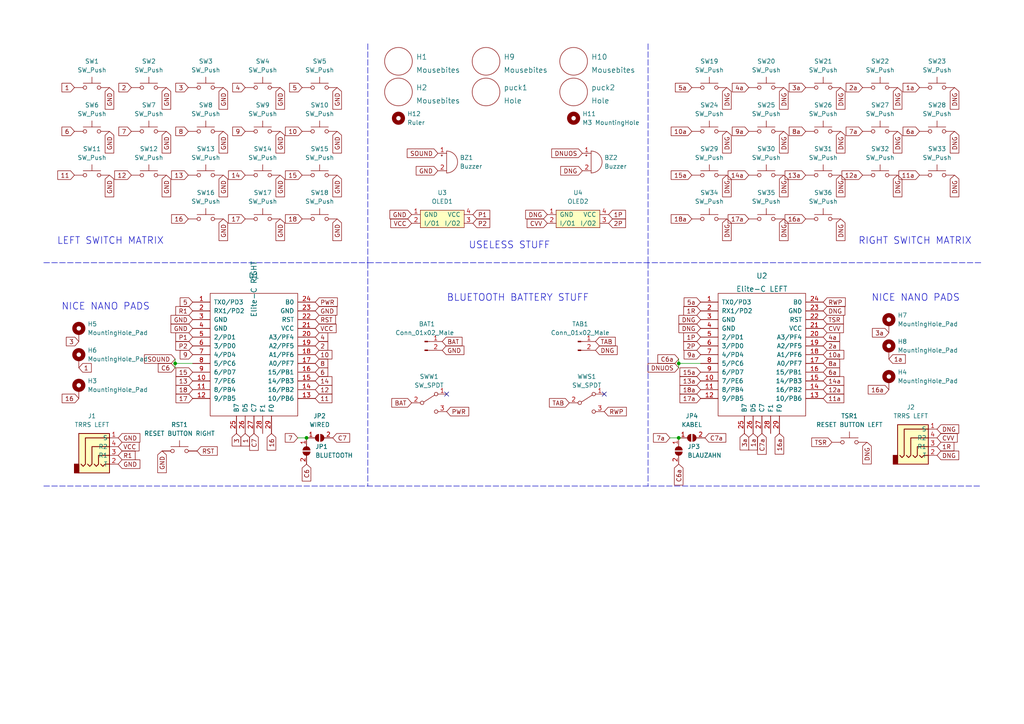
<source format=kicad_sch>
(kicad_sch (version 20211123) (generator eeschema)
  (paper "A4")
  (lib_symbols
    (symbol "AudioJack4_1"
      (property "Reference" "J1" (at -2.54 8.89 0))
      (property "Value" "AudioJack4_1" (at -2.54 6.35 0))
      (symbol "AudioJack4_1_0_1"
        (rectangle (start -6.35 -5.08) (end -7.62 -7.62) (stroke (width 0.254)) (fill (type outline)))
        (polyline (pts (xy 0 -5.08) (xy 0.635 -5.715) (xy 1.27 -5.08) (xy 2.54 -5.08)) (stroke (width 0.254)))
        (polyline (pts (xy -5.715 -5.08) (xy -5.08 -5.715) (xy -4.445 -5.08) (xy -4.445 2.54) (xy 2.54 2.54)) (stroke (width 0.254)))
        (polyline (pts (xy -1.905 -5.08) (xy -1.27 -5.715) (xy -0.635 -5.08) (xy -0.635 -2.54) (xy 2.54 -2.54)) (stroke (width 0.254)))
        (polyline (pts (xy 2.54 0) (xy -2.54 0) (xy -2.54 -5.08) (xy -3.175 -5.715) (xy -3.81 -5.08)) (stroke (width 0.254)))
        (rectangle (start 2.54 3.81) (end -6.35 -7.62) (stroke (width 0.254)) (fill (type background)))
      )
      (symbol "AudioJack4_1_1_1"
        (pin passive line (at 5.08 2.54 180) (length 2.54) (name "S") (number "1"))
        (pin passive line (at 5.08 -5.08 180) (length 2.54) (name "T") (number "2"))
        (pin passive line (at 5.08 -2.54 180) (length 2.54) (name "R1") (number "3"))
        (pin passive line (at 5.08 0 180) (length 2.54) (name "R2") (number "4"))
      )
    )
    (symbol "Connector:Conn_01x02_Male" (pin_names (offset 1.016) hide)
      (property "Reference" "J" (at 0 2.54 0))
      (property "Value" "Conn_01x02_Male" (at 0 -5.08 0))
      (symbol "Conn_01x02_Male_1_1"
        (polyline (pts (xy 1.27 -2.54) (xy 0.8636 -2.54)) (stroke (width 0.1524)))
        (polyline (pts (xy 1.27 0) (xy 0.8636 0)) (stroke (width 0.1524)))
        (rectangle (start 0.8636 -2.413) (end 0 -2.667) (stroke (width 0.1524)) (fill (type outline)))
        (rectangle (start 0.8636 0.127) (end 0 -0.127) (stroke (width 0.1524)) (fill (type outline)))
        (pin passive line (at 5.08 0 180) (length 3.81) (name "Pin_1") (number "1"))
        (pin passive line (at 5.08 -2.54 180) (length 3.81) (name "Pin_2") (number "2"))
      )
    )
    (symbol "Device:Buzzer" (pin_names (offset 0.0254) hide)
      (property "Reference" "BZ" (at 3.81 1.27 0))
      (property "Value" "Buzzer" (at 3.81 -1.27 0))
      (symbol "Buzzer_0_1"
        (arc (start 0 -3.175) (mid 3.175 0) (end 0 3.175))
        (polyline (pts (xy -1.651 1.905) (xy -1.143 1.905)))
        (polyline (pts (xy -1.397 2.159) (xy -1.397 1.651)))
        (polyline (pts (xy 0 3.175) (xy 0 -3.175)))
      )
      (symbol "Buzzer_1_1"
        (pin passive line (at -2.54 2.54 0) (length 2.54) (name "-") (number "1"))
        (pin passive line (at -2.54 -2.54 0) (length 2.54) (name "+") (number "2"))
      )
    )
    (symbol "Jumper:SolderJumper_2_Open" (pin_names (offset 0) hide)
      (property "Reference" "JP" (at 0 2.032 0))
      (property "Value" "SolderJumper_2_Open" (at 0 -2.54 0))
      (symbol "SolderJumper_2_Open_0_1"
        (arc (start -0.254 1.016) (mid -1.27 0) (end -0.254 -1.016))
        (arc (start -0.254 1.016) (mid -1.27 0) (end -0.254 -1.016) (fill (type outline)))
        (polyline (pts (xy -0.254 1.016) (xy -0.254 -1.016)))
        (polyline (pts (xy 0.254 1.016) (xy 0.254 -1.016)))
        (arc (start 0.254 -1.016) (mid 1.27 0) (end 0.254 1.016))
        (arc (start 0.254 -1.016) (mid 1.27 0) (end 0.254 1.016) (fill (type outline)))
      )
      (symbol "SolderJumper_2_Open_1_1"
        (pin passive line (at -3.81 0 0) (length 2.54) (name "A") (number "1"))
        (pin passive line (at 3.81 0 180) (length 2.54) (name "B") (number "2"))
      )
    )
    (symbol "Keebio-Parts.pretty-master:Elite-C" (pin_names (offset 1.016))
      (property "Reference" "U" (at 0 0 0))
      (property "Value" "Elite-C" (at 0 2.54 0))
      (symbol "Elite-C_0_1"
        (rectangle (start 12.7 -19.05) (end -12.7 16.51))
      )
      (symbol "Elite-C_1_1"
        (pin input line (at -17.78 13.97 0) (length 5.08) (name "TX0/PD3") (number "1"))
        (pin input line (at -17.78 -8.89 0) (length 5.08) (name "7/PE6") (number "10"))
        (pin input line (at -17.78 -11.43 0) (length 5.08) (name "8/PB4") (number "11"))
        (pin input line (at -17.78 -13.97 0) (length 5.08) (name "9/PB5") (number "12"))
        (pin input line (at 17.78 -13.97 180) (length 5.08) (name "10/PB6") (number "13"))
        (pin input line (at 17.78 -11.43 180) (length 5.08) (name "16/PB2") (number "14"))
        (pin input line (at 17.78 -8.89 180) (length 5.08) (name "14/PB3") (number "15"))
        (pin input line (at 17.78 -6.35 180) (length 5.08) (name "15/PB1") (number "16"))
        (pin input line (at 17.78 -3.81 180) (length 5.08) (name "A0/PF7") (number "17"))
        (pin input line (at 17.78 -1.27 180) (length 5.08) (name "A1/PF6") (number "18"))
        (pin input line (at 17.78 1.27 180) (length 5.08) (name "A2/PF5") (number "19"))
        (pin input line (at -17.78 11.43 0) (length 5.08) (name "RX1/PD2") (number "2"))
        (pin input line (at 17.78 3.81 180) (length 5.08) (name "A3/PF4") (number "20"))
        (pin input line (at 17.78 6.35 180) (length 5.08) (name "VCC") (number "21"))
        (pin input line (at 17.78 8.89 180) (length 5.08) (name "RST") (number "22"))
        (pin input line (at 17.78 11.43 180) (length 5.08) (name "GND") (number "23"))
        (pin input line (at 17.78 13.97 180) (length 5.08) (name "B0") (number "24"))
        (pin input line (at -5.08 -24.13 90) (length 5.08) (name "B7") (number "25"))
        (pin input line (at -2.54 -24.13 90) (length 5.08) (name "D5") (number "26"))
        (pin input line (at 0 -24.13 90) (length 5.08) (name "C7") (number "27"))
        (pin input line (at 2.54 -24.13 90) (length 5.08) (name "F1") (number "28"))
        (pin input line (at 5.08 -24.13 90) (length 5.08) (name "F0") (number "29"))
        (pin input line (at -17.78 8.89 0) (length 5.08) (name "GND") (number "3"))
        (pin input line (at -17.78 6.35 0) (length 5.08) (name "GND") (number "4"))
        (pin input line (at -17.78 3.81 0) (length 5.08) (name "2/PD1") (number "5"))
        (pin input line (at -17.78 1.27 0) (length 5.08) (name "3/PD0") (number "6"))
        (pin input line (at -17.78 -1.27 0) (length 5.08) (name "4/PD4") (number "7"))
        (pin input line (at -17.78 -3.81 0) (length 5.08) (name "5/PC6") (number "8"))
        (pin input line (at -17.78 -6.35 0) (length 5.08) (name "6/PD7") (number "9"))
      )
    )
    (symbol "Keebio-Parts.pretty-master:Hole" (pin_names (offset 1.016))
      (property "Reference" "H" (at 0 -1.27 0))
      (property "Value" "Hole" (at 0 1.27 0))
      (symbol "Hole_0_1"
        (circle (center 0 0) (radius 4.0132))
      )
    )
    (symbol "Keebio-Parts.pretty-master:PRTR5V0U2X" (pin_names (offset 1.016))
      (property "Reference" "U" (at 0 7.62 0))
      (property "Value" "PRTR5V0U2X" (at 0 5.08 0))
      (symbol "PRTR5V0U2X_0_1"
        (rectangle (start -6.35 2.54) (end 6.35 -2.54) (fill (type background)))
      )
      (symbol "PRTR5V0U2X_1_1"
        (pin input line (at -8.89 1.27 0) (length 2.54) (name "GND") (number "1"))
        (pin input line (at -8.89 -1.27 0) (length 2.54) (name "I/O1") (number "2"))
        (pin input line (at 8.89 -1.27 180) (length 2.54) (name "I/O2") (number "3"))
        (pin input line (at 8.89 1.27 180) (length 2.54) (name "VCC") (number "4"))
      )
    )
    (symbol "Mechanical:MountingHole" (pin_names (offset 1.016))
      (property "Reference" "H" (at 0 5.08 0))
      (property "Value" "MountingHole" (at 0 3.175 0))
      (symbol "MountingHole_0_1"
        (circle (center 0 0) (radius 1.27) (stroke (width 1.27)))
      )
    )
    (symbol "Mechanical:MountingHole_Pad" (pin_numbers hide) (pin_names (offset 1.016) hide)
      (property "Reference" "H" (at 0 6.35 0))
      (property "Value" "MountingHole_Pad" (at 0 4.445 0))
      (symbol "MountingHole_Pad_0_1"
        (circle (center 0 1.27) (radius 1.27) (stroke (width 1.27)))
      )
      (symbol "MountingHole_Pad_1_1"
        (pin input line (at 0 -2.54 90) (length 2.54) (name "1") (number "1"))
      )
    )
    (symbol "Switch:SW_Push" (pin_numbers hide) (pin_names (offset 1.016) hide)
      (property "Reference" "SW" (at 1.27 2.54 0))
      (property "Value" "SW_Push" (at 0 -1.524 0))
      (symbol "SW_Push_0_1"
        (circle (center -2.032 0) (radius 0.508))
        (polyline (pts (xy 0 1.27) (xy 0 3.048)))
        (polyline (pts (xy 2.54 1.27) (xy -2.54 1.27)))
        (circle (center 2.032 0) (radius 0.508))
        (pin passive line (at -5.08 0 0) (length 2.54) (name "1") (number "1"))
        (pin passive line (at 5.08 0 180) (length 2.54) (name "2") (number "2"))
      )
    )
    (symbol "Switch:SW_SPDT" (pin_names (offset 0) hide)
      (property "Reference" "SW" (at 0 4.318 0))
      (property "Value" "SW_SPDT" (at 0 -5.08 0))
      (symbol "SW_SPDT_0_0"
        (circle (center -2.032 0) (radius 0.508))
        (circle (center 2.032 -2.54) (radius 0.508))
      )
      (symbol "SW_SPDT_0_1"
        (polyline (pts (xy -1.524 0.254) (xy 1.651 2.286)))
        (circle (center 2.032 2.54) (radius 0.508))
      )
      (symbol "SW_SPDT_1_1"
        (pin passive line (at 5.08 2.54 180) (length 2.54) (name "A") (number "1"))
        (pin passive line (at -5.08 0 0) (length 2.54) (name "B") (number "2"))
        (pin passive line (at 5.08 -2.54 180) (length 2.54) (name "C") (number "3"))
      )
    )
  )
  (junction (at 196.85 105.41))
  (junction (at 88.9 127))
  (junction (at 50.8 105.41))
  (junction (at 196.85 127))
  (no_connect (at 129.54 114.3))
  (no_connect (at 175.26 114.3))
  (polyline (pts (xy 12.7 140.97) (xy 284.48 140.97)))
  (wire (pts (xy 50.8 105.41) (xy 50.8 106.68)))
  (polyline (pts (xy 106.68 76.2) (xy 187.96 76.2)))
  (wire (pts (xy 86.36 127) (xy 88.9 127)))
  (wire (pts (xy 50.8 105.41) (xy 55.88 105.41)))
  (polyline (pts (xy 187.96 76.2) (xy 187.96 140.97)))
  (polyline (pts (xy 106.68 12.7) (xy 106.68 76.2)))
  (wire (pts (xy 196.85 104.14) (xy 196.85 105.41)))
  (wire (pts (xy 50.8 104.14) (xy 50.8 105.41)))
  (polyline (pts (xy 12.7 76.2) (xy 106.68 76.2)))
  (polyline (pts (xy 284.48 76.2) (xy 187.96 76.2)))
  (wire (pts (xy 194.31 127) (xy 196.85 127)))
  (wire (pts (xy 196.85 105.41) (xy 196.85 106.68)))
  (wire (pts (xy 196.85 105.41) (xy 203.2 105.41)))
  (polyline (pts (xy 106.68 76.2) (xy 106.68 140.97)))
  (polyline (pts (xy 187.96 12.7) (xy 187.96 76.2)))
  (text "RIGHT SWITCH MATRIX" (at 248.92 71.12 0) (effects (font (size 2 2)) (justify left bottom)))
  (text "NICE NANO PADS" (at 252.73 87.63 0) (effects (font (size 2 2)) (justify left bottom)))
  (text "USELESS STUFF" (at 135.89 72.39 0) (effects (font (size 2 2)) (justify left bottom)))
  (text "LEFT SWITCH MATRIX" (at 16.51 71.12 0) (effects (font (size 2 2)) (justify left bottom)))
  (text "BLUETOOTH BATTERY STUFF" (at 129.54 87.63 0) (effects (font (size 2 2)) (justify left bottom)))
  (text "NICE NANO PADS" (at 17.78 90.17 0) (effects (font (size 2 2)) (justify left bottom)))
  (global_label "10" (shape input) (at 87.63 38.1 180) (property "Intersheet References" "${INTERSHEET_REFS}" (effects hide)))
  (global_label "3a" (shape input) (at 257.81 96.52 180) (property "Intersheet References" "${INTERSHEET_REFS}" (effects hide)))
  (global_label "DNG" (shape input) (at 227.33 63.5 270) (property "Intersheet References" "${INTERSHEET_REFS}" (effects hide)))
  (global_label "GND" (shape input) (at 34.29 134.62 0) (property "Intersheet References" "${INTERSHEET_REFS}" (effects hide)))
  (global_label "17a" (shape input) (at 217.17 63.5 180) (property "Intersheet References" "${INTERSHEET_REFS}" (effects hide)))
  (global_label "DNG" (shape input) (at 227.33 38.1 270) (property "Intersheet References" "${INTERSHEET_REFS}" (effects hide)))
  (global_label "11a" (shape input) (at 238.76 115.57 0) (property "Intersheet References" "${INTERSHEET_REFS}" (effects hide)))
  (global_label "GND" (shape input) (at 55.88 95.25 180) (property "Intersheet References" "${INTERSHEET_REFS}" (effects hide)))
  (global_label "10a" (shape input) (at 238.76 102.87 0) (property "Intersheet References" "${INTERSHEET_REFS}" (effects hide)))
  (global_label "GND" (shape input) (at 31.75 38.1 270) (property "Intersheet References" "${INTERSHEET_REFS}" (effects hide)))
  (global_label "RST" (shape input) (at 57.15 130.81 0) (property "Intersheet References" "${INTERSHEET_REFS}" (effects hide)))
  (global_label "DNG" (shape input) (at 238.76 90.17 0) (property "Intersheet References" "${INTERSHEET_REFS}" (effects hide)))
  (global_label "17a" (shape input) (at 203.2 115.57 180) (property "Intersheet References" "${INTERSHEET_REFS}" (effects hide)))
  (global_label "DNG" (shape input) (at 203.2 92.71 180) (property "Intersheet References" "${INTERSHEET_REFS}" (effects hide)))
  (global_label "15" (shape input) (at 87.63 50.8 180) (property "Intersheet References" "${INTERSHEET_REFS}" (effects hide)))
  (global_label "16a" (shape input) (at 257.81 113.03 180) (property "Intersheet References" "${INTERSHEET_REFS}" (effects hide)))
  (global_label "DNG" (shape input) (at 260.35 50.8 270) (property "Intersheet References" "${INTERSHEET_REFS}" (effects hide)))
  (global_label "C7a" (shape input) (at 220.98 125.73 270) (property "Intersheet References" "${INTERSHEET_REFS}" (effects hide)))
  (global_label "4" (shape input) (at 91.44 97.79 0) (property "Intersheet References" "${INTERSHEET_REFS}" (effects hide)))
  (global_label "14a" (shape input) (at 238.76 110.49 0) (property "Intersheet References" "${INTERSHEET_REFS}" (effects hide)))
  (global_label "11a" (shape input) (at 266.7 50.8 180) (property "Intersheet References" "${INTERSHEET_REFS}" (effects hide)))
  (global_label "8" (shape input) (at 54.61 38.1 180) (property "Intersheet References" "${INTERSHEET_REFS}" (effects hide)))
  (global_label "GND" (shape input) (at 48.26 25.4 270) (property "Intersheet References" "${INTERSHEET_REFS}" (effects hide)))
  (global_label "GND" (shape input) (at 31.75 25.4 270) (property "Intersheet References" "${INTERSHEET_REFS}" (effects hide)))
  (global_label "TAB" (shape input) (at 172.72 99.06 0) (property "Intersheet References" "${INTERSHEET_REFS}" (effects hide)))
  (global_label "18" (shape input) (at 55.88 113.03 180) (property "Intersheet References" "${INTERSHEET_REFS}" (effects hide)))
  (global_label "DNG" (shape input) (at 243.84 63.5 270) (property "Intersheet References" "${INTERSHEET_REFS}" (effects hide)))
  (global_label "18a" (shape input) (at 200.66 63.5 180) (property "Intersheet References" "${INTERSHEET_REFS}" (effects hide)))
  (global_label "16" (shape input) (at 54.61 63.5 180) (property "Intersheet References" "${INTERSHEET_REFS}" (effects hide)))
  (global_label "14a" (shape input) (at 217.17 50.8 180) (property "Intersheet References" "${INTERSHEET_REFS}" (effects hide)))
  (global_label "13a" (shape input) (at 233.68 50.8 180) (property "Intersheet References" "${INTERSHEET_REFS}" (effects hide)))
  (global_label "11" (shape input) (at 21.59 50.8 180) (property "Intersheet References" "${INTERSHEET_REFS}" (effects hide)))
  (global_label "RWP" (shape input) (at 238.76 87.63 0) (property "Intersheet References" "${INTERSHEET_REFS}" (effects hide)))
  (global_label "7a" (shape input) (at 250.19 38.1 180) (property "Intersheet References" "${INTERSHEET_REFS}" (effects hide)))
  (global_label "TSR" (shape input) (at 241.3 128.27 180) (property "Intersheet References" "${INTERSHEET_REFS}" (effects hide)))
  (global_label "8a" (shape input) (at 238.76 105.41 0) (property "Intersheet References" "${INTERSHEET_REFS}" (effects hide)))
  (global_label "GND" (shape input) (at 48.26 50.8 270) (property "Intersheet References" "${INTERSHEET_REFS}" (effects hide)))
  (global_label "DNG" (shape input) (at 168.91 49.53 180) (property "Intersheet References" "${INTERSHEET_REFS}" (effects hide)))
  (global_label "DNG" (shape input) (at 172.72 101.6 0) (property "Intersheet References" "${INTERSHEET_REFS}" (effects hide)))
  (global_label "2a" (shape input) (at 238.76 100.33 0) (property "Intersheet References" "${INTERSHEET_REFS}" (effects hide)))
  (global_label "9a" (shape input) (at 217.17 38.1 180) (property "Intersheet References" "${INTERSHEET_REFS}" (effects hide)))
  (global_label "9" (shape input) (at 55.88 102.87 180) (property "Intersheet References" "${INTERSHEET_REFS}" (effects hide)))
  (global_label "15a" (shape input) (at 203.2 107.95 180) (property "Intersheet References" "${INTERSHEET_REFS}" (effects hide)))
  (global_label "9" (shape input) (at 71.12 38.1 180) (property "Intersheet References" "${INTERSHEET_REFS}" (effects hide)))
  (global_label "GND" (shape input) (at 81.28 25.4 270) (property "Intersheet References" "${INTERSHEET_REFS}" (effects hide)))
  (global_label "4a" (shape input) (at 217.17 25.4 180) (property "Intersheet References" "${INTERSHEET_REFS}" (effects hide)))
  (global_label "DNG" (shape input) (at 271.78 132.08 0) (property "Intersheet References" "${INTERSHEET_REFS}" (effects hide)))
  (global_label "13" (shape input) (at 55.88 110.49 180) (property "Intersheet References" "${INTERSHEET_REFS}" (effects hide)))
  (global_label "11" (shape input) (at 91.44 115.57 0) (property "Intersheet References" "${INTERSHEET_REFS}" (effects hide)))
  (global_label "DNG" (shape input) (at 271.78 124.46 0) (property "Intersheet References" "${INTERSHEET_REFS}" (effects hide)))
  (global_label "DNUOS" (shape input) (at 168.91 44.45 180) (property "Intersheet References" "${INTERSHEET_REFS}" (effects hide)))
  (global_label "P1" (shape input) (at 137.16 62.23 0) (property "Intersheet References" "${INTERSHEET_REFS}" (effects hide)))
  (global_label "R1" (shape input) (at 34.29 132.08 0) (property "Intersheet References" "${INTERSHEET_REFS}" (effects hide)))
  (global_label "SOUND" (shape input) (at 127 44.45 180) (property "Intersheet References" "${INTERSHEET_REFS}" (effects hide)))
  (global_label "3" (shape input) (at 22.86 99.06 180) (property "Intersheet References" "${INTERSHEET_REFS}" (effects hide)))
  (global_label "2a" (shape input) (at 250.19 25.4 180) (property "Intersheet References" "${INTERSHEET_REFS}" (effects hide)))
  (global_label "3a" (shape input) (at 215.9 125.73 270) (property "Intersheet References" "${INTERSHEET_REFS}" (effects hide)))
  (global_label "C7" (shape input) (at 96.52 127 0) (property "Intersheet References" "${INTERSHEET_REFS}" (effects hide)))
  (global_label "16a" (shape input) (at 233.68 63.5 180) (property "Intersheet References" "${INTERSHEET_REFS}" (effects hide)))
  (global_label "DNG" (shape input) (at 260.35 25.4 270) (property "Intersheet References" "${INTERSHEET_REFS}" (effects hide)))
  (global_label "R1" (shape input) (at 55.88 90.17 180) (property "Intersheet References" "${INTERSHEET_REFS}" (effects hide)))
  (global_label "GND" (shape input) (at 31.75 50.8 270) (property "Intersheet References" "${INTERSHEET_REFS}" (effects hide)))
  (global_label "DNG" (shape input) (at 227.33 25.4 270) (property "Intersheet References" "${INTERSHEET_REFS}" (effects hide)))
  (global_label "5a" (shape input) (at 203.2 87.63 180) (property "Intersheet References" "${INTERSHEET_REFS}" (effects hide)))
  (global_label "DNUOS" (shape input) (at 196.85 106.68 180) (property "Intersheet References" "${INTERSHEET_REFS}" (effects hide)))
  (global_label "DNG" (shape input) (at 243.84 25.4 270) (property "Intersheet References" "${INTERSHEET_REFS}" (effects hide)))
  (global_label "7" (shape input) (at 38.1 38.1 180) (property "Intersheet References" "${INTERSHEET_REFS}" (effects hide)))
  (global_label "VCC" (shape input) (at 91.44 95.25 0) (property "Intersheet References" "${INTERSHEET_REFS}" (effects hide)))
  (global_label "DNG" (shape input) (at 210.82 50.8 270) (property "Intersheet References" "${INTERSHEET_REFS}" (effects hide)))
  (global_label "GND" (shape input) (at 97.79 38.1 270) (property "Intersheet References" "${INTERSHEET_REFS}" (effects hide)))
  (global_label "15" (shape input) (at 55.88 107.95 180) (property "Intersheet References" "${INTERSHEET_REFS}" (effects hide)))
  (global_label "TSR" (shape input) (at 238.76 92.71 0) (property "Intersheet References" "${INTERSHEET_REFS}" (effects hide)))
  (global_label "C7a" (shape input) (at 204.47 127 0) (property "Intersheet References" "${INTERSHEET_REFS}" (effects hide)))
  (global_label "GND" (shape input) (at 119.38 62.23 180) (property "Intersheet References" "${INTERSHEET_REFS}" (effects hide)))
  (global_label "2P" (shape input) (at 176.53 64.77 0) (property "Intersheet References" "${INTERSHEET_REFS}" (effects hide)))
  (global_label "5a" (shape input) (at 200.66 25.4 180) (property "Intersheet References" "${INTERSHEET_REFS}" (effects hide)))
  (global_label "3" (shape input) (at 54.61 25.4 180) (property "Intersheet References" "${INTERSHEET_REFS}" (effects hide)))
  (global_label "9a" (shape input) (at 203.2 102.87 180) (property "Intersheet References" "${INTERSHEET_REFS}" (effects hide)))
  (global_label "17" (shape input) (at 71.12 63.5 180) (property "Intersheet References" "${INTERSHEET_REFS}" (effects hide)))
  (global_label "BAT" (shape input) (at 119.38 116.84 180) (property "Intersheet References" "${INTERSHEET_REFS}" (effects hide)))
  (global_label "C7" (shape input) (at 73.66 125.73 270) (property "Intersheet References" "${INTERSHEET_REFS}" (effects hide)))
  (global_label "3" (shape input) (at 68.58 125.73 270) (property "Intersheet References" "${INTERSHEET_REFS}" (effects hide)))
  (global_label "1P" (shape input) (at 203.2 97.79 180) (property "Intersheet References" "${INTERSHEET_REFS}" (effects hide)))
  (global_label "1a" (shape input) (at 218.44 125.73 270) (property "Intersheet References" "${INTERSHEET_REFS}" (effects hide)))
  (global_label "DNG" (shape input) (at 210.82 25.4 270) (property "Intersheet References" "${INTERSHEET_REFS}" (effects hide)))
  (global_label "4a" (shape input) (at 238.76 97.79 0) (property "Intersheet References" "${INTERSHEET_REFS}" (effects hide)))
  (global_label "DNG" (shape input) (at 203.2 95.25 180) (property "Intersheet References" "${INTERSHEET_REFS}" (effects hide)))
  (global_label "RST" (shape input) (at 91.44 92.71 0) (property "Intersheet References" "${INTERSHEET_REFS}" (effects hide)))
  (global_label "18" (shape input) (at 87.63 63.5 180) (property "Intersheet References" "${INTERSHEET_REFS}" (effects hide)))
  (global_label "GND" (shape input) (at 97.79 63.5 270) (property "Intersheet References" "${INTERSHEET_REFS}" (effects hide)))
  (global_label "16" (shape input) (at 78.74 125.73 270) (property "Intersheet References" "${INTERSHEET_REFS}" (effects hide)))
  (global_label "GND" (shape input) (at 48.26 38.1 270) (property "Intersheet References" "${INTERSHEET_REFS}" (effects hide)))
  (global_label "TAB" (shape input) (at 165.1 116.84 180) (property "Intersheet References" "${INTERSHEET_REFS}" (effects hide)))
  (global_label "1R" (shape input) (at 271.78 129.54 0) (property "Intersheet References" "${INTERSHEET_REFS}" (effects hide)))
  (global_label "PWR" (shape input) (at 129.54 119.38 0) (property "Intersheet References" "${INTERSHEET_REFS}" (effects hide)))
  (global_label "2" (shape input) (at 91.44 100.33 0) (property "Intersheet References" "${INTERSHEET_REFS}" (effects hide)))
  (global_label "BAT" (shape input) (at 128.27 99.06 0) (property "Intersheet References" "${INTERSHEET_REFS}" (effects hide)))
  (global_label "DNG" (shape input) (at 158.75 62.23 180) (property "Intersheet References" "${INTERSHEET_REFS}" (effects hide)))
  (global_label "GND" (shape input) (at 97.79 25.4 270) (property "Intersheet References" "${INTERSHEET_REFS}" (effects hide)))
  (global_label "1P" (shape input) (at 176.53 62.23 0) (property "Intersheet References" "${INTERSHEET_REFS}" (effects hide)))
  (global_label "GND" (shape input) (at 55.88 92.71 180) (property "Intersheet References" "${INTERSHEET_REFS}" (effects hide)))
  (global_label "DNG" (shape input) (at 227.33 50.8 270) (property "Intersheet References" "${INTERSHEET_REFS}" (effects hide)))
  (global_label "DNG" (shape input) (at 251.46 128.27 270) (property "Intersheet References" "${INTERSHEET_REFS}" (effects hide)))
  (global_label "6a" (shape input) (at 266.7 38.1 180) (property "Intersheet References" "${INTERSHEET_REFS}" (effects hide)))
  (global_label "14" (shape input) (at 71.12 50.8 180) (property "Intersheet References" "${INTERSHEET_REFS}" (effects hide)))
  (global_label "8a" (shape input) (at 233.68 38.1 180) (property "Intersheet References" "${INTERSHEET_REFS}" (effects hide)))
  (global_label "10a" (shape input) (at 200.66 38.1 180) (property "Intersheet References" "${INTERSHEET_REFS}" (effects hide)))
  (global_label "VCC" (shape input) (at 119.38 64.77 180) (property "Intersheet References" "${INTERSHEET_REFS}" (effects hide)))
  (global_label "GND" (shape input) (at 128.27 101.6 0) (property "Intersheet References" "${INTERSHEET_REFS}" (effects hide)))
  (global_label "6" (shape input) (at 21.59 38.1 180) (property "Intersheet References" "${INTERSHEET_REFS}" (effects hide)))
  (global_label "5" (shape input) (at 55.88 87.63 180) (property "Intersheet References" "${INTERSHEET_REFS}" (effects hide)))
  (global_label "GND" (shape input) (at 64.77 25.4 270) (property "Intersheet References" "${INTERSHEET_REFS}" (effects hide)))
  (global_label "SOUND" (shape input) (at 50.8 104.14 180) (property "Intersheet References" "${INTERSHEET_REFS}" (effects hide)))
  (global_label "DNG" (shape input) (at 260.35 38.1 270) (property "Intersheet References" "${INTERSHEET_REFS}" (effects hide)))
  (global_label "13" (shape input) (at 54.61 50.8 180) (property "Intersheet References" "${INTERSHEET_REFS}" (effects hide)))
  (global_label "12" (shape input) (at 91.44 113.03 0) (property "Intersheet References" "${INTERSHEET_REFS}" (effects hide)))
  (global_label "2" (shape input) (at 38.1 25.4 180) (property "Intersheet References" "${INTERSHEET_REFS}" (effects hide)))
  (global_label "12" (shape input) (at 38.1 50.8 180) (property "Intersheet References" "${INTERSHEET_REFS}" (effects hide)))
  (global_label "16" (shape input) (at 22.86 115.57 180) (property "Intersheet References" "${INTERSHEET_REFS}" (effects hide)))
  (global_label "GND" (shape input) (at 64.77 63.5 270) (property "Intersheet References" "${INTERSHEET_REFS}" (effects hide)))
  (global_label "C6a" (shape input) (at 196.85 104.14 180) (property "Intersheet References" "${INTERSHEET_REFS}" (effects hide)))
  (global_label "10" (shape input) (at 91.44 102.87 0) (property "Intersheet References" "${INTERSHEET_REFS}" (effects hide)))
  (global_label "C6" (shape input) (at 50.8 106.68 180) (property "Intersheet References" "${INTERSHEET_REFS}" (effects hide)))
  (global_label "C6" (shape input) (at 88.9 134.62 270) (property "Intersheet References" "${INTERSHEET_REFS}" (effects hide)))
  (global_label "15a" (shape input) (at 200.66 50.8 180) (property "Intersheet References" "${INTERSHEET_REFS}" (effects hide)))
  (global_label "17" (shape input) (at 55.88 115.57 180) (property "Intersheet References" "${INTERSHEET_REFS}" (effects hide)))
  (global_label "4" (shape input) (at 71.12 25.4 180) (property "Intersheet References" "${INTERSHEET_REFS}" (effects hide)))
  (global_label "RWP" (shape input) (at 175.26 119.38 0) (property "Intersheet References" "${INTERSHEET_REFS}" (effects hide)))
  (global_label "CVV" (shape input) (at 271.78 127 0) (property "Intersheet References" "${INTERSHEET_REFS}" (effects hide)))
  (global_label "6a" (shape input) (at 238.76 107.95 0) (property "Intersheet References" "${INTERSHEET_REFS}" (effects hide)))
  (global_label "12a" (shape input) (at 238.76 113.03 0) (property "Intersheet References" "${INTERSHEET_REFS}" (effects hide)))
  (global_label "DNG" (shape input) (at 210.82 38.1 270) (property "Intersheet References" "${INTERSHEET_REFS}" (effects hide)))
  (global_label "DNG" (shape input) (at 243.84 38.1 270) (property "Intersheet References" "${INTERSHEET_REFS}" (effects hide)))
  (global_label "GND" (shape input) (at 64.77 50.8 270) (property "Intersheet References" "${INTERSHEET_REFS}" (effects hide)))
  (global_label "3a" (shape input) (at 233.68 25.4 180) (property "Intersheet References" "${INTERSHEET_REFS}" (effects hide)))
  (global_label "1" (shape input) (at 22.86 106.68 0) (property "Intersheet References" "${INTERSHEET_REFS}" (effects hide)))
  (global_label "GND" (shape input) (at 127 49.53 180) (property "Intersheet References" "${INTERSHEET_REFS}" (effects hide)))
  (global_label "DNG" (shape input) (at 276.86 50.8 270) (property "Intersheet References" "${INTERSHEET_REFS}" (effects hide)))
  (global_label "DNG" (shape input) (at 243.84 50.8 270) (property "Intersheet References" "${INTERSHEET_REFS}" (effects hide)))
  (global_label "GND" (shape input) (at 81.28 38.1 270) (property "Intersheet References" "${INTERSHEET_REFS}" (effects hide)))
  (global_label "1" (shape input) (at 21.59 25.4 180) (property "Intersheet References" "${INTERSHEET_REFS}" (effects hide)))
  (global_label "16a" (shape input) (at 226.06 125.73 270) (property "Intersheet References" "${INTERSHEET_REFS}" (effects hide)))
  (global_label "DNG" (shape input) (at 276.86 38.1 270) (property "Intersheet References" "${INTERSHEET_REFS}" (effects hide)))
  (global_label "12a" (shape input) (at 250.19 50.8 180) (property "Intersheet References" "${INTERSHEET_REFS}" (effects hide)))
  (global_label "5" (shape input) (at 87.63 25.4 180) (property "Intersheet References" "${INTERSHEET_REFS}" (effects hide)))
  (global_label "GND" (shape input) (at 46.99 130.81 270) (property "Intersheet References" "${INTERSHEET_REFS}" (effects hide)))
  (global_label "P2" (shape input) (at 55.88 100.33 180) (property "Intersheet References" "${INTERSHEET_REFS}" (effects hide)))
  (global_label "GND" (shape input) (at 97.79 50.8 270) (property "Intersheet References" "${INTERSHEET_REFS}" (effects hide)))
  (global_label "CVV" (shape input) (at 238.76 95.25 0) (property "Intersheet References" "${INTERSHEET_REFS}" (effects hide)))
  (global_label "8" (shape input) (at 91.44 105.41 0) (property "Intersheet References" "${INTERSHEET_REFS}" (effects hide)))
  (global_label "GND" (shape input) (at 81.28 50.8 270) (property "Intersheet References" "${INTERSHEET_REFS}" (effects hide)))
  (global_label "2P" (shape input) (at 203.2 100.33 180) (property "Intersheet References" "${INTERSHEET_REFS}" (effects hide)))
  (global_label "P2" (shape input) (at 137.16 64.77 0) (property "Intersheet References" "${INTERSHEET_REFS}" (effects hide)))
  (global_label "GND" (shape input) (at 81.28 63.5 270) (property "Intersheet References" "${INTERSHEET_REFS}" (effects hide)))
  (global_label "CVV" (shape input) (at 158.75 64.77 180) (property "Intersheet References" "${INTERSHEET_REFS}" (effects hide)))
  (global_label "DNG" (shape input) (at 210.82 63.5 270) (property "Intersheet References" "${INTERSHEET_REFS}" (effects hide)))
  (global_label "DNG" (shape input) (at 276.86 25.4 270) (property "Intersheet References" "${INTERSHEET_REFS}" (effects hide)))
  (global_label "13a" (shape input) (at 203.2 110.49 180) (property "Intersheet References" "${INTERSHEET_REFS}" (effects hide)))
  (global_label "7a" (shape input) (at 194.31 127 180) (property "Intersheet References" "${INTERSHEET_REFS}" (effects hide)))
  (global_label "GND" (shape input) (at 64.77 38.1 270) (property "Intersheet References" "${INTERSHEET_REFS}" (effects hide)))
  (global_label "P1" (shape input) (at 55.88 97.79 180) (property "Intersheet References" "${INTERSHEET_REFS}" (effects hide)))
  (global_label "1" (shape input) (at 71.12 125.73 270) (property "Intersheet References" "${INTERSHEET_REFS}" (effects hide)))
  (global_label "1a" (shape input) (at 266.7 25.4 180) (property "Intersheet References" "${INTERSHEET_REFS}" (effects hide)))
  (global_label "1a" (shape input) (at 257.81 104.14 0) (property "Intersheet References" "${INTERSHEET_REFS}" (effects hide)))
  (global_label "18a" (shape input) (at 203.2 113.03 180) (property "Intersheet References" "${INTERSHEET_REFS}" (effects hide)))
  (global_label "C6a" (shape input) (at 196.85 134.62 270) (property "Intersheet References" "${INTERSHEET_REFS}" (effects hide)))
  (global_label "GND" (shape input) (at 34.29 127 0) (property "Intersheet References" "${INTERSHEET_REFS}" (effects hide)))
  (global_label "14" (shape input) (at 91.44 110.49 0) (property "Intersheet References" "${INTERSHEET_REFS}" (effects hide)))
  (global_label "VCC" (shape input) (at 34.29 129.54 0) (property "Intersheet References" "${INTERSHEET_REFS}" (effects hide)))
  (global_label "6" (shape input) (at 91.44 107.95 0) (property "Intersheet References" "${INTERSHEET_REFS}" (effects hide)))
  (global_label "GND" (shape input) (at 91.44 90.17 0) (property "Intersheet References" "${INTERSHEET_REFS}" (effects hide)))
  (global_label "7" (shape input) (at 86.36 127 180) (property "Intersheet References" "${INTERSHEET_REFS}" (effects hide)))
  (global_label "PWR" (shape input) (at 91.44 87.63 0) (property "Intersheet References" "${INTERSHEET_REFS}" (effects hide)))
  (global_label "1R" (shape input) (at 203.2 90.17 180) (property "Intersheet References" "${INTERSHEET_REFS}" (effects hide)))
  (symbol (lib_id "Keebio-Parts.pretty-master:PRTR5V0U2X") (at 128.27 63.5 0) (unit 1)
    (property "Reference" "U3" (at 128.27 55.88 0))
    (property "Value" "OLED1" (at 128.27 58.42 0))
    (property "Footprint" "Keebio-Parts.pretty-master:I2C_Breakout" (effects hide))
  )
  (symbol (lib_id "Switch:SW_SPDT") (at 124.46 116.84 0) (unit 1)
    (property "Reference" "SWW1" (at 124.46 109.22 0))
    (property "Value" "SW_SPDT" (at 124.46 111.76 0))
    (property "Footprint" "Beibob:SW_SPDT_PCM12" (effects hide))
  )
  (symbol (lib_id "Mechanical:MountingHole_Pad") (at 257.81 101.6 0) (unit 1)
    (property "Reference" "H8" (at 260.35 99.0599 0) (effects (justify left)))
    (property "Value" "MountingHole_Pad" (at 260.35 101.5999 0) (effects (justify left)))
    (property "Footprint" "Keebio-Parts.pretty-master:SinglePad" (effects hide))
  )
  (symbol (lib_id "Keebio-Parts.pretty-master:Hole") (at 166.37 26.67 0) (unit 1)
    (property "Reference" "puck2" (at 171.45 25.4 0) (effects (font (size 1.524 1.524)) (justify left)))
    (property "Value" "Hole" (at 171.45 29.21 0) (effects (font (size 1.524 1.524)) (justify left)))
    (property "Footprint" "Beibob:Tenting_Puck" (effects hide))
  )
  (symbol (lib_id "Switch:SW_Push") (at 59.69 50.8 0) (unit 1)
    (property "Reference" "SW13" (at 59.69 43.18 0))
    (property "Value" "SW_Push" (at 59.69 45.72 0))
    (property "Footprint" "Beibob:Kailh_socket_PG1350_optional" (effects hide))
  )
  (symbol (lib_id "Device:Buzzer") (at 129.54 46.99 0) (unit 1)
    (property "Reference" "BZ1" (at 133.35 45.7199 0) (effects (justify left)))
    (property "Value" "Buzzer" (at 133.35 48.2599 0) (effects (justify left)))
    (property "Footprint" "Buzzer_Beeper:Buzzer_Mallory_AST1109MLTRQ" (effects hide))
  )
  (symbol (lib_id "Jumper:SolderJumper_2_Open") (at 196.85 130.81 270) (unit 1)
    (property "Reference" "JP3" (at 199.39 129.5399 90) (effects (justify left)))
    (property "Value" "BLAUZAHN" (at 199.39 132.0799 90) (effects (justify left)))
    (property "Footprint" "keebio:JUMPER_SMD_2DUB" (effects hide))
  )
  (symbol (lib_id "Switch:SW_Push") (at 246.38 128.27 0) (unit 1)
    (property "Reference" "TSR1" (at 246.38 120.65 0))
    (property "Value" "RESET BUTTON LEFT" (at 246.38 123.19 0))
    (property "Footprint" "Beibob:ResetSW" (effects hide))
  )
  (symbol (lib_id "Switch:SW_Push") (at 238.76 38.1 0) (unit 1)
    (property "Reference" "SW26" (at 238.76 30.48 0))
    (property "Value" "SW_Push" (at 238.76 33.02 0))
    (property "Footprint" "Beibob:Kailh_socket_PG1350_optional" (effects hide))
  )
  (symbol (lib_id "Switch:SW_Push") (at 76.2 25.4 0) (unit 1)
    (property "Reference" "SW4" (at 76.2 17.78 0))
    (property "Value" "SW_Push" (at 76.2 20.32 0))
    (property "Footprint" "Beibob:Kailh_socket_PG1350_optional" (effects hide))
  )
  (symbol (lib_id "Connector:Conn_01x02_Male") (at 123.19 99.06 0) (unit 1)
    (property "Reference" "BAT1" (at 123.825 93.98 0))
    (property "Value" "Conn_01x02_Male" (at 123.19 96.52 0))
    (property "Footprint" "Beibob:BAT" (effects hide))
  )
  (symbol (lib_id "Mechanical:MountingHole_Pad") (at 22.86 113.03 0) (unit 1)
    (property "Reference" "H3" (at 25.4 110.4899 0) (effects (justify left)))
    (property "Value" "MountingHole_Pad" (at 25.4 113.0299 0) (effects (justify left)))
    (property "Footprint" "Keebio-Parts.pretty-master:SinglePad" (effects hide))
  )
  (symbol (lib_id "Switch:SW_Push") (at 76.2 50.8 0) (unit 1)
    (property "Reference" "SW14" (at 76.2 43.18 0))
    (property "Value" "SW_Push" (at 76.2 45.72 0))
    (property "Footprint" "Beibob:Kailh_socket_PG1350_optional" (effects hide))
  )
  (symbol (lib_id "Switch:SW_Push") (at 205.74 38.1 0) (unit 1)
    (property "Reference" "SW24" (at 205.74 30.48 0))
    (property "Value" "SW_Push" (at 205.74 33.02 0))
    (property "Footprint" "Beibob:Kailh_socket_PG1350_optional" (effects hide))
  )
  (symbol (lib_id "Switch:SW_Push") (at 59.69 25.4 0) (unit 1)
    (property "Reference" "SW3" (at 59.69 17.78 0))
    (property "Value" "SW_Push" (at 59.69 20.32 0))
    (property "Footprint" "Beibob:Kailh_socket_PG1350_optional" (effects hide))
  )
  (symbol (lib_id "Keebio-Parts.pretty-master:Hole") (at 115.57 17.78 0) (unit 1)
    (property "Reference" "H1" (at 120.65 16.51 0) (effects (font (size 1.524 1.524)) (justify left)))
    (property "Value" "Mousebites" (at 120.65 20.32 0) (effects (font (size 1.524 1.524)) (justify left)))
    (property "Footprint" "Keebio-Parts.pretty-master:breakaway-mousebites" (effects hide))
  )
  (symbol (lib_id "Switch:SW_Push") (at 76.2 38.1 0) (unit 1)
    (property "Reference" "SW9" (at 76.2 30.48 0))
    (property "Value" "SW_Push" (at 76.2 33.02 0))
    (property "Footprint" "Beibob:Kailh_socket_PG1350_optional" (effects hide))
  )
  (symbol (lib_id "Switch:SW_Push") (at 255.27 25.4 0) (unit 1)
    (property "Reference" "SW22" (at 255.27 17.78 0))
    (property "Value" "SW_Push" (at 255.27 20.32 0))
    (property "Footprint" "Beibob:Kailh_socket_PG1350_optional" (effects hide))
  )
  (symbol (lib_id "Switch:SW_Push") (at 255.27 38.1 0) (unit 1)
    (property "Reference" "SW27" (at 255.27 30.48 0))
    (property "Value" "SW_Push" (at 255.27 33.02 0))
    (property "Footprint" "Beibob:Kailh_socket_PG1350_optional" (effects hide))
  )
  (symbol (lib_id "Switch:SW_Push") (at 92.71 63.5 0) (unit 1)
    (property "Reference" "SW18" (at 92.71 55.88 0))
    (property "Value" "SW_Push" (at 92.71 58.42 0))
    (property "Footprint" "Beibob:Kailh_socket_PG1350_optional" (effects hide))
  )
  (symbol (lib_id "Switch:SW_Push") (at 26.67 38.1 0) (unit 1)
    (property "Reference" "SW6" (at 26.67 30.48 0))
    (property "Value" "SW_Push" (at 26.67 33.02 0))
    (property "Footprint" "Beibob:Kailh_socket_PG1350_optional" (effects hide))
  )
  (symbol (lib_id "Keebio-Parts.pretty-master:Hole") (at 115.57 26.67 0) (unit 1)
    (property "Reference" "H2" (at 120.65 25.4 0) (effects (font (size 1.524 1.524)) (justify left)))
    (property "Value" "Mousebites" (at 120.65 29.21 0) (effects (font (size 1.524 1.524)) (justify left)))
    (property "Footprint" "Keebio-Parts.pretty-master:breakaway-mousebites" (effects hide))
  )
  (symbol (lib_id "Mechanical:MountingHole_Pad") (at 257.81 93.98 0) (unit 1)
    (property "Reference" "H7" (at 260.35 91.4399 0) (effects (justify left)))
    (property "Value" "MountingHole_Pad" (at 260.35 93.9799 0) (effects (justify left)))
    (property "Footprint" "Keebio-Parts.pretty-master:SinglePad" (effects hide))
  )
  (symbol (lib_id "Jumper:SolderJumper_2_Open") (at 92.71 127 0) (unit 1)
    (property "Reference" "JP2" (at 92.71 120.65 0))
    (property "Value" "WIRED" (at 92.71 123.19 0))
    (property "Footprint" "keebio:JUMPER_SMD_2DUB" (effects hide))
  )
  (symbol (lib_id "Switch:SW_Push") (at 222.25 63.5 0) (unit 1)
    (property "Reference" "SW35" (at 222.25 55.88 0))
    (property "Value" "SW_Push" (at 222.25 58.42 0))
    (property "Footprint" "Beibob:Kailh_socket_PG1350_optional" (effects hide))
  )
  (symbol (lib_id "Device:Buzzer") (at 171.45 46.99 0) (unit 1)
    (property "Reference" "BZ2" (at 175.26 45.7199 0) (effects (justify left)))
    (property "Value" "Buzzer" (at 175.26 48.2599 0) (effects (justify left)))
    (property "Footprint" "Buzzer_Beeper:Buzzer_Mallory_AST1109MLTRQ" (effects hide))
  )
  (symbol (lib_id "Jumper:SolderJumper_2_Open") (at 200.66 127 0) (unit 1)
    (property "Reference" "JP4" (at 200.66 120.65 0))
    (property "Value" "KABEL" (at 200.66 123.19 0))
    (property "Footprint" "keebio:JUMPER_SMD_2DUB" (effects hide))
  )
  (symbol (lib_id "Switch:SW_Push") (at 255.27 50.8 0) (unit 1)
    (property "Reference" "SW32" (at 255.27 43.18 0))
    (property "Value" "SW_Push" (at 255.27 45.72 0))
    (property "Footprint" "Beibob:Kailh_socket_PG1350_optional" (effects hide))
  )
  (symbol (lib_id "Connector:Conn_01x02_Male") (at 167.64 99.06 0) (unit 1)
    (property "Reference" "TAB1" (at 168.275 93.98 0))
    (property "Value" "Conn_01x02_Male" (at 168.275 96.52 0))
    (property "Footprint" "Beibob:BAT" (effects hide))
  )
  (symbol (lib_id "Mechanical:MountingHole_Pad") (at 257.81 110.49 0) (unit 1)
    (property "Reference" "H4" (at 260.35 107.9499 0) (effects (justify left)))
    (property "Value" "MountingHole_Pad" (at 260.35 110.4899 0) (effects (justify left)))
    (property "Footprint" "Keebio-Parts.pretty-master:SinglePad" (effects hide))
  )
  (symbol (lib_id "Switch:SW_Push") (at 26.67 25.4 0) (unit 1)
    (property "Reference" "SW1" (at 26.67 17.78 0))
    (property "Value" "SW_Push" (at 26.67 20.32 0))
    (property "Footprint" "Beibob:Kailh_socket_PG1350_optional" (effects hide))
  )
  (symbol (lib_id "Switch:SW_Push") (at 92.71 50.8 0) (unit 1)
    (property "Reference" "SW15" (at 92.71 43.18 0))
    (property "Value" "SW_Push" (at 92.71 45.72 0))
    (property "Footprint" "Beibob:Kailh_socket_PG1350_optional" (effects hide))
  )
  (symbol (lib_id "Switch:SW_Push") (at 43.18 50.8 0) (unit 1)
    (property "Reference" "SW12" (at 43.18 43.18 0))
    (property "Value" "SW_Push" (at 43.18 45.72 0))
    (property "Footprint" "Beibob:Kailh_socket_PG1350_optional" (effects hide))
  )
  (symbol (lib_id "Mechanical:MountingHole") (at 166.37 34.29 0) (unit 1)
    (property "Reference" "H11" (at 168.91 33.0199 0) (effects (justify left)))
    (property "Value" "M3 MountingHole" (at 168.91 35.5599 0) (effects (justify left)))
    (property "Footprint" "MountingHole:MountingHole_2.7mm_M2.5_DIN965" (effects hide))
  )
  (symbol (lib_id "Switch:SW_Push") (at 222.25 50.8 0) (unit 1)
    (property "Reference" "SW30" (at 222.25 43.18 0))
    (property "Value" "SW_Push" (at 222.25 45.72 0))
    (property "Footprint" "Beibob:Kailh_socket_PG1350_optional" (effects hide))
  )
  (symbol (lib_id "Mechanical:MountingHole_Pad") (at 22.86 96.52 0) (unit 1)
    (property "Reference" "H5" (at 25.4 93.9799 0) (effects (justify left)))
    (property "Value" "MountingHole_Pad" (at 25.4 96.5199 0) (effects (justify left)))
    (property "Footprint" "Keebio-Parts.pretty-master:SinglePad" (effects hide))
  )
  (symbol (lib_id "Jumper:SolderJumper_2_Open") (at 88.9 130.81 270) (unit 1)
    (property "Reference" "JP1" (at 91.44 129.5399 90) (effects (justify left)))
    (property "Value" "BLUETOOTH" (at 91.44 132.0799 90) (effects (justify left)))
    (property "Footprint" "keebio:JUMPER_SMD_2DUB" (effects hide))
  )
  (symbol (lib_id "Switch:SW_Push") (at 26.67 50.8 0) (unit 1)
    (property "Reference" "SW11" (at 26.67 43.18 0))
    (property "Value" "SW_Push" (at 26.67 45.72 0))
    (property "Footprint" "Beibob:Kailh_socket_PG1350_optional" (effects hide))
  )
  (symbol (lib_id "Switch:SW_Push") (at 238.76 25.4 0) (unit 1)
    (property "Reference" "SW21" (at 238.76 17.78 0))
    (property "Value" "SW_Push" (at 238.76 20.32 0))
    (property "Footprint" "Beibob:Kailh_socket_PG1350_optional" (effects hide))
  )
  (symbol (lib_id "Switch:SW_Push") (at 92.71 25.4 0) (unit 1)
    (property "Reference" "SW5" (at 92.71 17.78 0))
    (property "Value" "SW_Push" (at 92.71 20.32 0))
    (property "Footprint" "Beibob:Kailh_socket_PG1350_optional" (effects hide))
  )
  (symbol (lib_id "Switch:SW_Push") (at 76.2 63.5 0) (unit 1)
    (property "Reference" "SW17" (at 76.2 55.88 0))
    (property "Value" "SW_Push" (at 76.2 58.42 0))
    (property "Footprint" "Beibob:Kailh_socket_PG1350_optional" (effects hide))
  )
  (symbol (lib_id "Mechanical:MountingHole") (at 115.57 34.29 0) (unit 1)
    (property "Reference" "H12" (at 118.11 33.0199 0) (effects (justify left)))
    (property "Value" "Ruler" (at 118.11 35.5599 0) (effects (justify left)))
    (property "Footprint" "Calibration_Scale:Gauge_50mm_Type1_SilkScreenTop" (effects hide))
  )
  (symbol (lib_id "Keebio-Parts.pretty-master:Hole") (at 140.97 17.78 0) (unit 1)
    (property "Reference" "H9" (at 146.05 16.51 0) (effects (font (size 1.524 1.524)) (justify left)))
    (property "Value" "Mousebites" (at 146.05 20.32 0) (effects (font (size 1.524 1.524)) (justify left)))
    (property "Footprint" "Keebio-Parts.pretty-master:breakaway-mousebites" (effects hide))
  )
  (symbol (lib_id "Keebio-Parts.pretty-master:Elite-C") (at 73.66 101.6 0) (unit 1)
    (property "Reference" "U1" (at 73.66 80.01 0) (effects (font (size 1.524 1.524))))
    (property "Value" "Elite-C RIGHT" (at 73.66 83.82 90) (effects (font (size 1.524 1.524))))
    (property "Footprint" "Beibob:Elite-C" (effects hide))
  )
  (symbol (lib_id "Switch:SW_Push") (at 238.76 63.5 0) (unit 1)
    (property "Reference" "SW36" (at 238.76 55.88 0))
    (property "Value" "SW_Push" (at 238.76 58.42 0))
    (property "Footprint" "Beibob:Kailh_socket_PG1350_optional" (effects hide))
  )
  (symbol (lib_id "Mechanical:MountingHole_Pad") (at 22.86 104.14 0) (unit 1)
    (property "Reference" "H6" (at 25.4 101.5999 0) (effects (justify left)))
    (property "Value" "MountingHole_Pad" (at 25.4 104.1399 0) (effects (justify left)))
    (property "Footprint" "Keebio-Parts.pretty-master:SinglePad" (effects hide))
  )
  (symbol (lib_name "AudioJack4_1") (lib_id "Connector:AudioJack4") (at 29.21 129.54 0) (unit 1)
    (property "Reference" "J1" (at 26.67 120.65 0))
    (property "Value" "TRRS LEFT" (at 26.67 123.19 0))
    (property "Footprint" "Keebio-Parts.pretty-master:TRRS-PJ-320A" (effects hide))
  )
  (symbol (lib_id "Switch:SW_Push") (at 59.69 38.1 0) (unit 1)
    (property "Reference" "SW8" (at 59.69 30.48 0))
    (property "Value" "SW_Push" (at 59.69 33.02 0))
    (property "Footprint" "Beibob:Kailh_socket_PG1350_optional" (effects hide))
  )
  (symbol (lib_id "Switch:SW_Push") (at 205.74 50.8 0) (unit 1)
    (property "Reference" "SW29" (at 205.74 43.18 0))
    (property "Value" "SW_Push" (at 205.74 45.72 0))
    (property "Footprint" "Beibob:Kailh_socket_PG1350_optional" (effects hide))
  )
  (symbol (lib_id "Switch:SW_Push") (at 59.69 63.5 0) (unit 1)
    (property "Reference" "SW16" (at 59.69 55.88 0))
    (property "Value" "SW_Push" (at 59.69 58.42 0))
    (property "Footprint" "Beibob:Kailh_socket_PG1350_optional" (effects hide))
  )
  (symbol (lib_id "Switch:SW_Push") (at 271.78 50.8 0) (unit 1)
    (property "Reference" "SW33" (at 271.78 43.18 0))
    (property "Value" "SW_Push" (at 271.78 45.72 0))
    (property "Footprint" "Beibob:Kailh_socket_PG1350_optional" (effects hide))
  )
  (symbol (lib_id "Switch:SW_Push") (at 52.07 130.81 0) (unit 1)
    (property "Reference" "RST1" (at 52.07 123.19 0))
    (property "Value" "RESET BUTTON RIGHT" (at 52.07 125.73 0))
    (property "Footprint" "Beibob:ResetSW" (effects hide))
  )
  (symbol (lib_id "Switch:SW_Push") (at 43.18 38.1 0) (unit 1)
    (property "Reference" "SW7" (at 43.18 30.48 0))
    (property "Value" "SW_Push" (at 43.18 33.02 0))
    (property "Footprint" "Beibob:Kailh_socket_PG1350_optional" (effects hide))
  )
  (symbol (lib_id "Switch:SW_Push") (at 205.74 63.5 0) (unit 1)
    (property "Reference" "SW34" (at 205.74 55.88 0))
    (property "Value" "SW_Push" (at 205.74 58.42 0))
    (property "Footprint" "Beibob:Kailh_socket_PG1350_optional" (effects hide))
  )
  (symbol (lib_id "Switch:SW_Push") (at 222.25 25.4 0) (unit 1)
    (property "Reference" "SW20" (at 222.25 17.78 0))
    (property "Value" "SW_Push" (at 222.25 20.32 0))
    (property "Footprint" "Beibob:Kailh_socket_PG1350_optional" (effects hide))
  )
  (symbol (lib_id "Switch:SW_SPDT") (at 170.18 116.84 0) (unit 1)
    (property "Reference" "WWS1" (at 170.18 109.22 0))
    (property "Value" "SW_SPDT" (at 170.18 111.76 0))
    (property "Footprint" "Beibob:SW_SPDT_PCM12" (effects hide))
  )
  (symbol (lib_id "Switch:SW_Push") (at 205.74 25.4 0) (unit 1)
    (property "Reference" "SW19" (at 205.74 17.78 0))
    (property "Value" "SW_Push" (at 205.74 20.32 0))
    (property "Footprint" "Beibob:Kailh_socket_PG1350_optional" (effects hide))
  )
  (symbol (lib_id "Switch:SW_Push") (at 222.25 38.1 0) (unit 1)
    (property "Reference" "SW25" (at 222.25 30.48 0))
    (property "Value" "SW_Push" (at 222.25 33.02 0))
    (property "Footprint" "Beibob:Kailh_socket_PG1350_optional" (effects hide))
  )
  (symbol (lib_id "Switch:SW_Push") (at 92.71 38.1 0) (unit 1)
    (property "Reference" "SW10" (at 92.71 30.48 0))
    (property "Value" "SW_Push" (at 92.71 33.02 0))
    (property "Footprint" "Beibob:Kailh_socket_PG1350_optional" (effects hide))
  )
  (symbol (lib_id "Switch:SW_Push") (at 271.78 38.1 0) (unit 1)
    (property "Reference" "SW28" (at 271.78 30.48 0))
    (property "Value" "SW_Push" (at 271.78 33.02 0))
    (property "Footprint" "Beibob:Kailh_socket_PG1350_optional" (effects hide))
  )
  (symbol (lib_id "Keebio-Parts.pretty-master:Elite-C") (at 220.98 101.6 0) (unit 1)
    (property "Reference" "U2" (at 220.98 80.01 0) (effects (font (size 1.524 1.524))))
    (property "Value" "Elite-C LEFT" (at 220.98 83.82 0) (effects (font (size 1.524 1.524))))
    (property "Footprint" "Beibob:Elite-C" (effects hide))
  )
  (symbol (lib_id "Keebio-Parts.pretty-master:Hole") (at 140.97 26.67 0) (unit 1)
    (property "Reference" "puck1" (at 146.05 25.4 0) (effects (font (size 1.524 1.524)) (justify left)))
    (property "Value" "Hole" (at 146.05 29.21 0) (effects (font (size 1.524 1.524)) (justify left)))
    (property "Footprint" "Beibob:Tenting_Puck" (effects hide))
  )
  (symbol (lib_id "Switch:SW_Push") (at 271.78 25.4 0) (unit 1)
    (property "Reference" "SW23" (at 271.78 17.78 0))
    (property "Value" "SW_Push" (at 271.78 20.32 0))
    (property "Footprint" "Beibob:Kailh_socket_PG1350_optional" (effects hide))
  )
  (symbol (lib_id "Switch:SW_Push") (at 43.18 25.4 0) (unit 1)
    (property "Reference" "SW2" (at 43.18 17.78 0))
    (property "Value" "SW_Push" (at 43.18 20.32 0))
    (property "Footprint" "Beibob:Kailh_socket_PG1350_optional" (effects hide))
  )
  (symbol (lib_id "Keebio-Parts.pretty-master:PRTR5V0U2X") (at 167.64 63.5 0) (unit 1)
    (property "Reference" "U4" (at 167.64 55.88 0))
    (property "Value" "OLED2" (at 167.64 58.42 0))
    (property "Footprint" "Keebio-Parts.pretty-master:I2C_Breakout" (effects hide))
  )
  (symbol (lib_name "AudioJack4_1") (lib_id "Connector:AudioJack4") (at 266.7 127 0) (unit 1)
    (property "Reference" "J2" (at 264.16 118.11 0))
    (property "Value" "TRRS LEFT" (at 264.16 120.65 0))
    (property "Footprint" "Keebio-Parts.pretty-master:TRRS-PJ-320A" (effects hide))
  )
  (symbol (lib_id "Switch:SW_Push") (at 238.76 50.8 0) (unit 1)
    (property "Reference" "SW31" (at 238.76 43.18 0))
    (property "Value" "SW_Push" (at 238.76 45.72 0))
    (property "Footprint" "Beibob:Kailh_socket_PG1350_optional" (effects hide))
  )
  (symbol (lib_id "Keebio-Parts.pretty-master:Hole") (at 166.37 17.78 0) (unit 1)
    (property "Reference" "H10" (at 171.45 16.51 0) (effects (font (size 1.524 1.524)) (justify left)))
    (property "Value" "Mousebites" (at 171.45 20.32 0) (effects (font (size 1.524 1.524)) (justify left)))
    (property "Footprint" "Keebio-Parts.pretty-master:breakaway-mousebites" (effects hide))
  )
)
</source>
